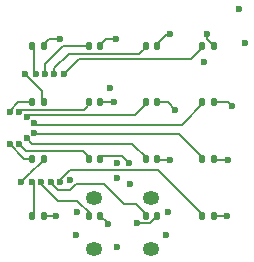
<source format=gbr>
%TF.GenerationSoftware,KiCad,Pcbnew,8.0.8*%
%TF.CreationDate,2025-09-03T22:29:27+08:00*%
%TF.ProjectId,FrekLedMini,4672656b-4c65-4644-9d69-6e692e6b6963,rev?*%
%TF.SameCoordinates,Original*%
%TF.FileFunction,Copper,L4,Bot*%
%TF.FilePolarity,Positive*%
%FSLAX46Y46*%
G04 Gerber Fmt 4.6, Leading zero omitted, Abs format (unit mm)*
G04 Created by KiCad (PCBNEW 8.0.8) date 2025-09-03 22:29:27*
%MOMM*%
%LPD*%
G01*
G04 APERTURE LIST*
G04 Aperture macros list*
%AMRoundRect*
0 Rectangle with rounded corners*
0 $1 Rounding radius*
0 $2 $3 $4 $5 $6 $7 $8 $9 X,Y pos of 4 corners*
0 Add a 4 corners polygon primitive as box body*
4,1,4,$2,$3,$4,$5,$6,$7,$8,$9,$2,$3,0*
0 Add four circle primitives for the rounded corners*
1,1,$1+$1,$2,$3*
1,1,$1+$1,$4,$5*
1,1,$1+$1,$6,$7*
1,1,$1+$1,$8,$9*
0 Add four rect primitives between the rounded corners*
20,1,$1+$1,$2,$3,$4,$5,0*
20,1,$1+$1,$4,$5,$6,$7,0*
20,1,$1+$1,$6,$7,$8,$9,0*
20,1,$1+$1,$8,$9,$2,$3,0*%
G04 Aperture macros list end*
%TA.AperFunction,ComponentPad*%
%ADD10O,1.400000X1.150000*%
%TD*%
%TA.AperFunction,SMDPad,CuDef*%
%ADD11RoundRect,0.147500X-0.147500X-0.172500X0.147500X-0.172500X0.147500X0.172500X-0.147500X0.172500X0*%
%TD*%
%TA.AperFunction,ViaPad*%
%ADD12C,0.600000*%
%TD*%
%TA.AperFunction,Conductor*%
%ADD13C,0.200000*%
%TD*%
G04 APERTURE END LIST*
D10*
%TO.P,J1,SH1,SHIELD*%
%TO.N,GND*%
X113350000Y-121000000D03*
%TO.P,J1,SH2,SHIELD__1*%
X108550000Y-121000000D03*
%TO.P,J1,SH3,SHIELD__2*%
X113350000Y-116700000D03*
%TO.P,J1,SH4,SHIELD__3*%
X108550000Y-116700000D03*
%TD*%
D11*
%TO.P,D6,1,K*%
%TO.N,/LED10*%
X108115000Y-113400000D03*
%TO.P,D6,2,A*%
%TO.N,+5V*%
X109085000Y-113400000D03*
%TD*%
%TO.P,D5,1,K*%
%TO.N,/LED9*%
X103315000Y-113400000D03*
%TO.P,D5,2,A*%
%TO.N,+5V*%
X104285000Y-113400000D03*
%TD*%
%TO.P,D14,1,K*%
%TO.N,/LED3*%
X108115000Y-103800000D03*
%TO.P,D14,2,A*%
%TO.N,+5V*%
X109085000Y-103800000D03*
%TD*%
%TO.P,D4,1,K*%
%TO.N,/LED16*%
X117715000Y-118200000D03*
%TO.P,D4,2,A*%
%TO.N,+5V*%
X118685000Y-118200000D03*
%TD*%
%TO.P,D1,1,K*%
%TO.N,/LED13*%
X103315000Y-118200000D03*
%TO.P,D1,2,A*%
%TO.N,+5V*%
X104285000Y-118200000D03*
%TD*%
%TO.P,D11,1,K*%
%TO.N,/LED6*%
X112915000Y-108600000D03*
%TO.P,D11,2,A*%
%TO.N,+5V*%
X113885000Y-108600000D03*
%TD*%
%TO.P,D15,1,K*%
%TO.N,/LED2*%
X112915000Y-103800000D03*
%TO.P,D15,2,A*%
%TO.N,+5V*%
X113885000Y-103800000D03*
%TD*%
%TO.P,D7,1,K*%
%TO.N,/LED11*%
X112915000Y-113400000D03*
%TO.P,D7,2,A*%
%TO.N,+5V*%
X113885000Y-113400000D03*
%TD*%
%TO.P,D3,1,K*%
%TO.N,/LED15*%
X112915000Y-118200000D03*
%TO.P,D3,2,A*%
%TO.N,+5V*%
X113885000Y-118200000D03*
%TD*%
%TO.P,D9,1,K*%
%TO.N,/LED8*%
X103315000Y-108600000D03*
%TO.P,D9,2,A*%
%TO.N,+5V*%
X104285000Y-108600000D03*
%TD*%
%TO.P,D8,1,K*%
%TO.N,/LED12*%
X117715000Y-113400000D03*
%TO.P,D8,2,A*%
%TO.N,+5V*%
X118685000Y-113400000D03*
%TD*%
%TO.P,D13,1,K*%
%TO.N,/LED4*%
X103315000Y-103800000D03*
%TO.P,D13,2,A*%
%TO.N,+5V*%
X104285000Y-103800000D03*
%TD*%
%TO.P,D16,1,K*%
%TO.N,/LED1*%
X117715000Y-103800000D03*
%TO.P,D16,2,A*%
%TO.N,+5V*%
X118685000Y-103800000D03*
%TD*%
%TO.P,D12,1,K*%
%TO.N,/LED5*%
X117715000Y-108600000D03*
%TO.P,D12,2,A*%
%TO.N,+5V*%
X118685000Y-108600000D03*
%TD*%
%TO.P,D2,1,K*%
%TO.N,/LED14*%
X108115000Y-118200000D03*
%TO.P,D2,2,A*%
%TO.N,+5V*%
X109085000Y-118200000D03*
%TD*%
%TO.P,D10,1,K*%
%TO.N,/LED7*%
X108115000Y-108600000D03*
%TO.P,D10,2,A*%
%TO.N,+5V*%
X109085000Y-108600000D03*
%TD*%
D12*
%TO.N,GND*%
X110500000Y-120800000D03*
X111600000Y-115500000D03*
%TO.N,+5V*%
X110500000Y-113700000D03*
X111500000Y-113700000D03*
X112200000Y-118800000D03*
X105350000Y-118200000D03*
X102700000Y-106200000D03*
X110400000Y-103200000D03*
X119900000Y-113500000D03*
X110200000Y-108600000D03*
X115000000Y-113500000D03*
X115000000Y-102800000D03*
X120200000Y-108900000D03*
X109700000Y-118900000D03*
X118100000Y-102800000D03*
X105700000Y-103200000D03*
X102400000Y-115300000D03*
X115400000Y-109200000D03*
X119800000Y-118200000D03*
X121305514Y-103594486D03*
%TO.N,GND*%
X106500000Y-115200000D03*
X114600000Y-119800000D03*
X107000000Y-119800000D03*
X114800000Y-117900000D03*
X117900000Y-105200000D03*
X120800000Y-100700000D03*
X110500000Y-115000000D03*
X109900000Y-107400000D03*
X107100000Y-117900000D03*
%TO.N,/LED1*%
X106000000Y-106200000D03*
%TO.N,/LED2*%
X105200000Y-106200000D03*
%TO.N,/LED3*%
X104400000Y-106200000D03*
%TO.N,/LED4*%
X103600000Y-106200000D03*
%TO.N,/LED5*%
X103487349Y-110363784D03*
%TO.N,/LED6*%
X102910002Y-109810002D03*
%TO.N,/LED7*%
X102200000Y-109400000D03*
%TO.N,/LED8*%
X101400000Y-109400000D03*
%TO.N,/LED9*%
X101400000Y-112100000D03*
%TO.N,/LED10*%
X102200000Y-112100000D03*
%TO.N,/LED11*%
X102862228Y-111637772D03*
%TO.N,/LED12*%
X103506525Y-111163557D03*
%TO.N,/LED13*%
X103299988Y-115300000D03*
%TO.N,/LED14*%
X104099991Y-115300000D03*
%TO.N,/LED15*%
X104900000Y-115300000D03*
%TO.N,/LED16*%
X105700000Y-115300000D03*
%TD*%
D13*
%TO.N,+5V*%
X115000000Y-102800000D02*
X114720000Y-102800000D01*
X114720000Y-102800000D02*
X113720000Y-103800000D01*
X109700000Y-118815000D02*
X109085000Y-118200000D01*
X109700000Y-118900000D02*
X109700000Y-118815000D01*
X113285000Y-118800000D02*
X113885000Y-118200000D01*
X112200000Y-118800000D02*
X113285000Y-118800000D01*
X110400000Y-103200000D02*
X109520000Y-103200000D01*
X104120000Y-107620000D02*
X104120000Y-108600000D01*
X113820000Y-113500000D02*
X113720000Y-113400000D01*
X118620000Y-113500000D02*
X118520000Y-113400000D01*
X102400000Y-115300000D02*
X103100000Y-114600000D01*
X103100000Y-114600000D02*
X103119999Y-114600000D01*
X105500000Y-118200000D02*
X104120000Y-118200000D01*
X118520000Y-108600000D02*
X119900000Y-108600000D01*
X108920000Y-118330172D02*
X108920000Y-118200000D01*
X111500000Y-113700000D02*
X110900000Y-113100000D01*
X118520000Y-118200000D02*
X119800000Y-118200000D01*
X114800000Y-108600000D02*
X115400000Y-109200000D01*
X103119999Y-114600000D02*
X104120000Y-113599999D01*
X104720000Y-103200000D02*
X104120000Y-103800000D01*
X110200000Y-108600000D02*
X108920000Y-108600000D01*
X104120000Y-113599999D02*
X104120000Y-113400000D01*
X102700000Y-106200000D02*
X104120000Y-107620000D01*
X119900000Y-108600000D02*
X120200000Y-108900000D01*
X105700000Y-103200000D02*
X104720000Y-103200000D01*
X109220000Y-113100000D02*
X108920000Y-113400000D01*
X119900000Y-113500000D02*
X118620000Y-113500000D01*
X118100000Y-102800000D02*
X118100000Y-103215000D01*
X115000000Y-113500000D02*
X113820000Y-113500000D01*
X109520000Y-103200000D02*
X108920000Y-103800000D01*
X118100000Y-103215000D02*
X118685000Y-103800000D01*
X110900000Y-113100000D02*
X109220000Y-113100000D01*
X113720000Y-108600000D02*
X114800000Y-108600000D01*
%TO.N,/LED1*%
X116780000Y-104900000D02*
X107300000Y-104900000D01*
X107300000Y-104900000D02*
X106000000Y-106200000D01*
X117880000Y-103800000D02*
X116780000Y-104900000D01*
%TO.N,/LED2*%
X105200000Y-105700000D02*
X105200000Y-106200000D01*
X112380000Y-104500000D02*
X106400000Y-104500000D01*
X113080000Y-103800000D02*
X112380000Y-104500000D01*
X106400000Y-104500000D02*
X105200000Y-105700000D01*
%TO.N,/LED3*%
X108280000Y-103800000D02*
X105900000Y-103800000D01*
X104400000Y-105300000D02*
X104400000Y-106200000D01*
X105900000Y-103800000D02*
X104400000Y-105300000D01*
%TO.N,/LED4*%
X103480000Y-103800000D02*
X103480000Y-106080000D01*
X103480000Y-106080000D02*
X103600000Y-106200000D01*
%TO.N,/LED5*%
X103623565Y-110500000D02*
X115980000Y-110500000D01*
X115980000Y-110500000D02*
X117880000Y-108600000D01*
X103487349Y-110363784D02*
X103623565Y-110500000D01*
%TO.N,/LED6*%
X102910002Y-109810002D02*
X103020004Y-109700000D01*
X103020004Y-109700000D02*
X111980000Y-109700000D01*
X111980000Y-109700000D02*
X113080000Y-108600000D01*
%TO.N,/LED7*%
X107680000Y-109200000D02*
X102400000Y-109200000D01*
X102400000Y-109200000D02*
X102200000Y-109400000D01*
X108280000Y-108600000D02*
X107680000Y-109200000D01*
%TO.N,/LED8*%
X102151471Y-108600000D02*
X101400000Y-109351471D01*
X101400000Y-109351471D02*
X101400000Y-109400000D01*
X103480000Y-108600000D02*
X102151471Y-108600000D01*
%TO.N,/LED9*%
X101400000Y-112148529D02*
X101400000Y-112100000D01*
X102651471Y-113400000D02*
X101400000Y-112148529D01*
X103480000Y-113400000D02*
X102651471Y-113400000D01*
%TO.N,/LED10*%
X108280000Y-113400000D02*
X107580000Y-112700000D01*
X107580000Y-112700000D02*
X102800000Y-112700000D01*
X102800000Y-112700000D02*
X102200000Y-112100000D01*
%TO.N,/LED11*%
X102862228Y-111637772D02*
X103324456Y-112100000D01*
X111780000Y-112100000D02*
X113080000Y-113400000D01*
X103324456Y-112100000D02*
X111780000Y-112100000D01*
%TO.N,/LED12*%
X103506525Y-111163557D02*
X103642968Y-111300000D01*
X103642968Y-111300000D02*
X115780000Y-111300000D01*
X115780000Y-111300000D02*
X117880000Y-113400000D01*
%TO.N,/LED13*%
X103299988Y-115300000D02*
X103480000Y-115480012D01*
X103480000Y-115480012D02*
X103480000Y-118200000D01*
%TO.N,/LED14*%
X104099991Y-115300000D02*
X104099991Y-115499991D01*
X108280000Y-118080000D02*
X108280000Y-118200000D01*
X104099991Y-115499991D02*
X105500000Y-116900000D01*
X107100000Y-116900000D02*
X108280000Y-118080000D01*
X105500000Y-116900000D02*
X107100000Y-116900000D01*
%TO.N,/LED15*%
X105500000Y-116000000D02*
X106548529Y-116000000D01*
X109400000Y-115500000D02*
X111100000Y-117200000D01*
X112080000Y-117200000D02*
X113080000Y-118200000D01*
X104900000Y-115400000D02*
X105500000Y-116000000D01*
X107048529Y-115500000D02*
X109400000Y-115500000D01*
X104900000Y-115300000D02*
X104900000Y-115400000D01*
X111100000Y-117200000D02*
X112080000Y-117200000D01*
X106548529Y-116000000D02*
X107048529Y-115500000D01*
%TO.N,/LED16*%
X105700000Y-115300000D02*
X105700000Y-115151471D01*
X106551471Y-114300000D02*
X113980000Y-114300000D01*
X105700000Y-115151471D02*
X106551471Y-114300000D01*
X113980000Y-114300000D02*
X117880000Y-118200000D01*
%TD*%
M02*

</source>
